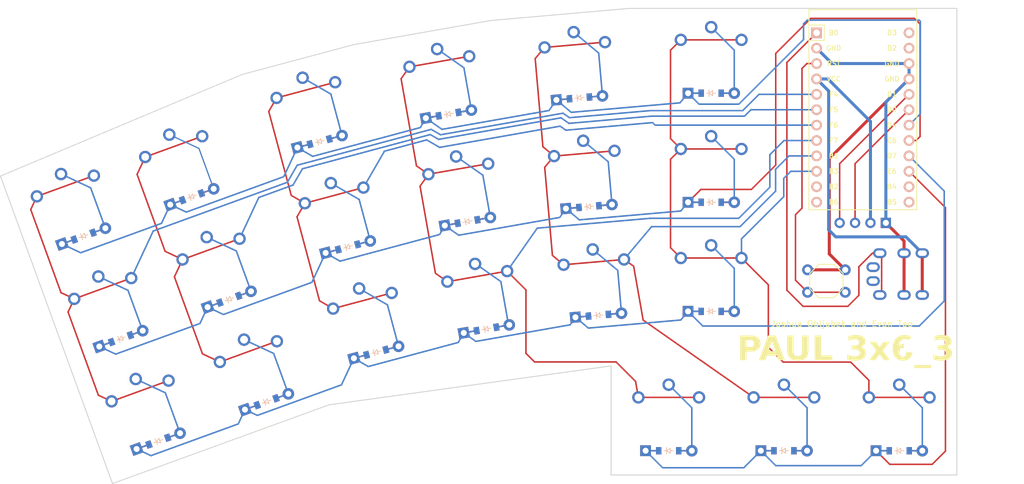
<source format=kicad_pcb>
(kicad_pcb (version 20221018) (generator pcbnew)
  (title_block (title "paul") (rev "v1.0.0") (company "Unknown"))
  (layers (0 "F.Cu" signal) (31 "B.Cu" signal) (34 "B.Paste" user) (35 "F.Paste" user) (36 "B.SilkS" user "B.Silkscreen") (37 "F.SilkS" user "F.Silkscreen") (38 "B.Mask" user) (39 "F.Mask" user) (44 "Edge.Cuts" user))
  (net 0 "")
  (net 1 "F4")
  (net 2 "farPinky_bottom")
  (net 3 "farPinky_home")
  (net 4 "farPinky_top")
  (net 5 "F5")
  (net 6 "pinky_bottom")
  (net 7 "pinky_home")
  (net 8 "pinky_top")
  (net 9 "F6")
  (net 10 "ring_bottom")
  (net 11 "ring_home")
  (net 12 "ring_top")
  (net 13 "F7")
  (net 14 "middle_bottom")
  (net 15 "middle_home")
  (net 16 "middle_top")
  (net 17 "B1")
  (net 18 "index_bottom")
  (net 19 "index_home")
  (net 20 "index_top")
  (net 21 "B3")
  (net 22 "inner_bottom")
  (net 23 "inner_home")
  (net 24 "inner_top")
  (net 25 "near_thumb")
  (net 26 "home_thumb")
  (net 27 "far_thumb")
  (net 28 "D7")
  (net 29 "C6")
  (net 30 "D4")
  (net 31 "E6")
  (net 32 "B0")
  (net 33 "GND")
  (net 34 "RST")
  (net 35 "VCC")
  (net 36 "B2")
  (net 37 "B6")
  (net 38 "D3")
  (net 39 "D2")
  (net 40 "D1")
  (net 41 "D0")
  (net 42 "B4")
  (net 43 "B5")
  (footprint "E73:SW_TACT_ALPS_SKQGABE010" (layer "F.Cu") (at 208.363549 103.968135)
    (fp_text reference "B1" hide)
    (fp_text value "" hide)
  )
  (footprint "ProMicro" (layer "F.Cu") (at 214.36355 76.968131 -90)
    (fp_text reference "MCU1" hide)
    (fp_text value "" hide)
  )
  (footprint "ComboDiode" (layer "F.Cu") (at 124.828898 80.950339 15)
    (fp_text reference "D9" hide)
    (fp_text value "" hide)
  )
  (footprint "ComboDiode" (layer "F.Cu") (at 129.487641 98.337008 15)
    (fp_text reference "D8" hide)
    (fp_text value "" hide)
  )
  (footprint "ComboDiode" (layer "F.Cu") (at 98.229508 130.379886 20)
    (fp_text reference "D1" hide)
    (fp_text value "" hide)
  )
  (footprint "PG1350" (layer "F.Cu") (at 220.363548 126.968134)
    (fp_text reference "S21" hide)
    (fp_text value "" hide)
  )
  (footprint "PG1350" (layer "F.Cu") (at 167.211087 68.764889 5)
    (fp_text reference "S15" hide)
    (fp_text value "" hide)
  )
  (footprint "PG1350" (layer "F.Cu") (at 148.338036 89.215865 10)
    (fp_text reference "S11" hide)
    (fp_text value "" hide)
  )
  (footprint "PG1350" (layer "F.Cu") (at 189.363547 85.968138)
    (fp_text reference "S17" hide)
    (fp_text value "" hide)
  )
  (footprint "PG1350" (layer "F.Cu") (at 84.206683 91.852481 20)
    (fp_text reference "S3" hide)
    (fp_text value "" hide)
  )
  (footprint "PG1350" (layer "F.Cu") (at 170.348693 104.627899 5)
    (fp_text reference "S13" hide)
    (fp_text value "" hide)
  )
  (footprint "ComboDiode" (layer "F.Cu") (at 85.916779 96.550948 20)
    (fp_text reference "D3" hide)
    (fp_text value "" hide)
  )
  (footprint "PG1350" (layer "F.Cu") (at 151.463697 106.942408 10)
    (fp_text reference "S10" hide)
    (fp_text value "" hide)
  )
  (footprint "ComboDiode" (layer "F.Cu") (at 134.146388 115.723668 15)
    (fp_text reference "D7" hide)
    (fp_text value "" hide)
  )
  (footprint "ComboDiode" (layer "F.Cu") (at 189.363551 72.968133)
    (fp_text reference "D18" hide)
    (fp_text value "" hide)
  )
  (footprint "PG1350" (layer "F.Cu") (at 189.363552 103.968132)
    (fp_text reference "S16" hide)
    (fp_text value "" hide)
  )
  (footprint "PG1350" (layer "F.Cu") (at 168.779895 86.69639 5)
    (fp_text reference "S14" hide)
    (fp_text value "" hide)
  )
  (footprint "ComboDiode" (layer "F.Cu") (at 220.363552 131.96813)
    (fp_text reference "D21" hide)
    (fp_text value "" hide)
  )
  (footprint "ComboDiode" (layer "F.Cu") (at 170.784478 109.608869 5)
    (fp_text reference "D13" hide)
    (fp_text value "" hide)
  )
  (footprint "MountingHole:MountingHole_2.2mm_M2" (layer "F.Cu") (at 178 115.5)
    (fp_text reference "REF**" hide)
    (fp_text value "MountingHole_2.2mm_M2")
  )
  (footprint "PG1350" (layer "F.Cu") (at 123.53481 76.120713 15)
    (fp_text reference "S9" hide)
    (fp_text value "" hide)
  )
  (footprint "MountingHole:MountingHole_2.2mm_M2" (layer "F.Cu") (at 222.19 114.65)
    (fp_text reference "REF**" hide)
    (fp_text value "MountingHole_2.2mm_M2")
  )
  (footprint "ComboDiode" (layer "F.Cu") (at 103.770939 90.05256 20)
    (fp_text reference "D6" hide)
    (fp_text value "" hide)
  )
  (footprint "ComboDiode" (layer "F.Cu") (at 167.646867 73.745862 5)
    (fp_text reference "D15" hide)
    (fp_text value "" hide)
  )
  (footprint "PG1350" (layer "F.Cu") (at 132.852287 110.894041 15)
    (fp_text reference "S7" hide)
    (fp_text value "" hide)
  )
  (footprint "TRRS-PJ-320A-dual" (layer "F.Cu") (at 227.363548 103.968133 -90)
    (fp_text reference "TRRS1")
    (fp_text value "TRRS-PJ-320A-dual")
  )
  (footprint "ComboDiode" (layer "F.Cu") (at 92.073144 113.465413 20)
    (fp_text reference "D2" hide)
    (fp_text value "" hide)
  )
  (footprint "ComboDiode" (layer "F.Cu") (at 201.363549 131.968138)
    (fp_text reference "D20" hide)
    (fp_text value "" hide)
  )
  (footprint "MountingHole:MountingHole_2.2mm_M2" (layer "F.Cu") (at 226.81 62.11)
    (fp_text reference "REF**" hide)
    (fp_text value "MountingHole_2.2mm_M2")
  )
  (footprint "ComboDiode" (layer "F.Cu") (at 169.21567 91.677364 5)
    (fp_text reference "D14" hide)
    (fp_text value "" hide)
  )
  (footprint "ComboDiode" (layer "F.Cu") (at 116.083666 123.881496 20)
    (fp_text reference "D4" hide)
    (fp_text value "" hide)
  )
  (footprint "PG1350" (layer "F.Cu") (at 108.217201 102.268568 20)
    (fp_text reference "S5" hide)
    (fp_text value "" hide)
  )
  (footprint "lib:OLED_headers" (layer "F.Cu") (at 208.363555 95.968135 90)
    (fp_text reference "OLED1" hide)
    (fp_text value "OLED")
  )
  (footprint "PG1350" (layer "F.Cu") (at 182.363553 126.968134)
    (fp_text reference "S19" hide)
    (fp_text value "" hide)
  )
  (footprint "MountingHole:MountingHole_2.2mm_M2" (layer "F.Cu") (at 110.51 73.67)
    (fp_text reference "REF**" hide)
    (fp_text value "MountingHole_2.2mm_M2")
  )
  (footprint "ComboDiode" (layer "F.Cu") (at 152.331939 111.866446 10)
    (fp_text reference "D10" hide)
    (fp_text value "" hide)
  )
  (footprint "PG1350" (layer "F.Cu") (at 102.060838 85.354099 20)
    (fp_text reference "S6" hide)
    (fp_text value "" hide)
  )
  (footprint "ComboDiode" (layer "F.Cu") (at 149.206277 94.139908 10)
    (fp_text reference "D11" hide)
    (fp_text value "" hide)
  )
  (footprint "MountingHole:MountingHole_2.2mm_M2" (layer "F.Cu") (at 201.03 61.36)
    (fp_text reference "REF**" hide)
    (fp_text value "MountingHole_2.2mm_M2")
  )
  (footprint "ComboDiode" (layer "F.Cu") (at 189.363546 108.968133)
    (fp_text reference "D16" hide)
    (fp_text value "" hide)
  )
  (footprint "PG1350" (layer "F.Cu") (at 189.363549 67.968131)
    (fp_text reference "S18" hide)
    (fp_text value "" hide)
  )
  (footprint "ComboDiode" (layer "F.Cu") (at 146.080604 76.413364 10)
    (fp_text reference "D12" hide)
    (fp_text value "" hide)
  )
  (footprint "PG1350" (layer "F.Cu") (at 201.36355 126.968136)
    (fp_text reference "S20" hide)
    (fp_text value "" hide)
  )
  (footprint "PG1350" (layer "F.Cu") (at 96.519404 125.681415 20)
    (fp_text reference "S1" hide)
    (fp_text value "" hide)
  )
  (footprint "PG1350" (layer "F.Cu") (at 145.212365 71.489331 10)
    (fp_text reference "S12" hide)
    (fp_text value "" hide)
  )
  (footprint "ComboDiode" (layer "F.Cu") (at 182.36355 131.968134)
    (fp_text reference "D19" hide)
    (fp_text value "" hide)
  )
  (footprint "ComboDiode" (layer "F.Cu") (at 189.363549 90.968133)
    (fp_text reference "D17" hide)
    (fp_text value "" hide)
  )
  (footprint "ComboDiode" (layer "F.Cu") (at 109.927305 106.967031 20)
    (fp_text reference "D5" hide)
    (fp_text value "" hide)
  )
  (footprint "PG1350" (layer "F.Cu") (at 114.373566 119.183034 20)
    (fp_text reference "S4" hide)
    (fp_text value "" hide)
  )
  (footprint "PG1350" (layer "F.Cu") (at 128.193544 93.507382 15)
    (fp_text reference "S8" hide)
    (fp_text value "" hide)
  )
  (footprint "PG1350" (layer "F.Cu") (at 90.363042 108.766947 20)
    (fp_text reference "S2" hide)
    (fp_text value "" hide)
  )
  (gr_line (start 229.863555 135.96813) (end 172.863551 135.968131) (stroke (width 0.15)) (layer "Edge.Cuts"))
  (gr_line (start 156.96284 60.627113) (end 175.890541 58.971161) (stroke (width 0.15)) (layer "Edge.Cuts"))
  (gr_line (start 172.863551 135.968131) (end 172.863546 117.968136) (stroke (width 0.15)) (layer "Edge.Cuts"))
  (gr_line (start 134.29386 64.275716) (end 153.005205 60.976396) (stroke (width 0.15)) (layer "Edge.Cuts"))
  (gr_line (start 179.863552 58.968134) (end 229.86355 58.968135) (stroke (width 0.15)) (layer "Edge.Cuts"))
  (gr_line (start 175.890541 58.971161) (end 179.863552 58.968134) (stroke (width 0.15)) (layer "Edge.Cuts"))
  (gr_line (start 72.201417 86.644443) (end 112.02914 69.886164) (stroke (width 0.15)) (layer "Edge.Cuts"))
  (gr_line (start 126.37883 124.391076) (end 90.670503 137.387839) (stroke (width 0.15)) (layer "Edge.Cuts"))
  (gr_line (start 112.02914 69.886164) (end 130.381725 64.9686) (stroke (width 0.15)) (layer "Edge.Cuts"))
  (gr_line (start 229.863555 135.96813) (end 229.86355 58.968135) (stroke (width 0.15)) (layer "Edge.Cuts"))
  (gr_line (start 130.381725 64.9686) (end 134.29386 64.275716) (stroke (width 0.15)) (layer "Edge.Cuts"))
  (gr_line (start 153.005205 60.976396) (end 156.96284 60.627113) (stroke (width 0.15)) (layer "Edge.Cuts"))
  (gr_line (start 90.670503 137.387839) (end 72.201417 86.644443) (stroke (width 0.15)) (layer "Edge.Cuts"))
  (gr_line (start 172.863546 117.968136) (end 126.37883 124.391076) (stroke (width 0.15)) (layer "Edge.Cuts"))
  (gr_text "Joshua Obljubek and Evan Tao" (at 199.11 111.61) (layer "F.SilkS") (effects (font (size 1 1)) (justify left bottom)))
  (gr_text "PAUL 3x6_3\n" (at 193.62 117.71) (layer "F.SilkS") (effects (font (size 4 4) (thickness 1) bold) (justify left bottom)))
  (segment (start 77.191964 92.171817) (end 82.184835 105.889631) (width 0.25) (layer "F.Cu") (net 1))
  (segment (start 82.184835 105.889631) (end 84.364906 106.906219) (width 0.25) (layer "F.Cu") (net 1))
  (segment (start 84.364906 106.906219) (end 83.348323 109.08629) (width 0.25) (layer "F.Cu") (net 1))
  (segment (start 84.364906 106.906219) (end 93.761831 103.486015) (width 0.25) (layer "F.Cu") (net 1))
  (segment (start 87.605462 86.571555) (end 78.208544 89.991757) (width 0.25) (layer "F.Cu") (net 1))
  (segment (start 88.341201 122.804107) (end 90.521265 123.820684) (width 0.25) (layer "F.Cu") (net 1))
  (segment (start 78.208544 89.991757) (end 77.191964 92.171817) (width 0.25) (layer "F.Cu") (net 1))
  (segment (start 83.348323 109.08629) (end 88.341201 122.804107) (width 0.25) (layer "F.Cu") (net 1))
  (segment (start 90.521265 123.820684) (end 99.91819 120.400491) (width 0.25) (layer "F.Cu") (net 1))
  (segment (start 143.204502 78.938128) (end 144.747676 79.82908) (width 0.25) (layer "B.Cu") (net 1))
  (segment (start 164.93987 76.268654) (end 165.995971 77.008144) (width 0.25) (layer "B.Cu") (net 1))
  (segment (start 144.747676 79.82908) (end 164.93987 76.268654) (width 0.25) (layer "B.Cu") (net 1))
  (segment (start 197.250495 73.158132) (end 206.743551 73.158132) (width 0.25) (layer "B.Cu") (net 1))
  (segment (start 121.120332 84.85556) (end 143.204502 78.938128) (width 0.25) (layer "B.Cu") (net 1))
  (segment (start 119.495717 87.669474) (end 121.120332 84.85556) (width 0.25) (layer "B.Cu") (net 1))
  (segment (start 194.567112 75.84151) (end 197.250495 73.158132) (width 0.25) (layer "B.Cu") (net 1))
  (segment (start 119.495717 87.669474) (end 119.521352 87.681428) (width 0.25) (layer "B.Cu") (net 1))
  (segment (start 165.995971 77.008144) (end 179.330621 75.841514) (width 0.25) (layer "B.Cu") (net 1))
  (segment (start 97.384428 95.717328) (end 119.495717 87.669474) (width 0.25) (layer "B.Cu") (net 1))
  (segment (start 93.761826 103.486015) (end 97.384428 95.717328) (width 0.25) (layer "B.Cu") (net 1))
  (segment (start 179.330621 75.841514) (end 194.567112 75.84151) (width 0.25) (layer "B.Cu") (net 1))
  (segment (start 101.809736 129.076789) (end 99.780001 129.815553) (width 0.25) (layer "F.Cu") (net 2))
  (segment (start 101.809736 129.076783) (end 99.780001 129.815552) (width 0.25) (layer "B.Cu") (net 2))
  (segment (start 99.384811 122.414363) (end 101.809736 129.076783) (width 0.25) (layer "B.Cu") (net 2))
  (segment (start 94.501483 120.137232) (end 99.384811 122.414363) (width 0.25) (layer "B.Cu") (net 2))
  (segment (start 95.653373 112.162317) (end 93.623637 112.90108) (width 0.25) (layer "F.Cu") (net 3))
  (segment (start 88.345124 103.22276) (end 93.228453 105.499898) (width 0.25) (layer "B.Cu") (net 3))
  (segment (start 93.228453 105.499898) (end 95.653376 112.162317) (width 0.25) (layer "B.Cu") (net 3))
  (segment (start 95.653376 112.162317) (end 93.623639 112.901083) (width 0.25) (layer "B.Cu") (net 3))
  (segment (start 89.497007 95.247852) (end 87.467272 95.986614) (width 0.25) (layer "F.Cu") (net 4))
  (segment (start 89.497009 95.247842) (end 87.467276 95.986608) (width 0.25) (layer "B.Cu") (net 4))
  (segment (start 87.07208 88.585425) (end 89.497009 95.247842) (width 0.25) (layer "B.Cu") (net 4))
  (segment (start 82.188765 86.308293) (end 87.07208 88.585425) (width 0.25) (layer "B.Cu") (net 4))
  (segment (start 89.788438 95.14178) (end 89.822188 95.069387) (width 0.25) (layer "B.Cu") (net 4))
  (segment (start 89.497009 95.247842) (end 89.788438 95.14178) (width 0.25) (layer "B.Cu") (net 4))
  (segment (start 96.062703 83.493367) (end 105.459626 80.073161) (width 0.25) (layer "F.Cu") (net 5))
  (segment (start 100.880278 103.278873) (end 105.504389 115.983517) (width 0.25) (layer "F.Cu") (net 5))
  (segment (start 96.062703 83.493367) (end 94.723914 86.364402) (width 0.25) (layer "F.Cu") (net 5))
  (segment (start 94.723914 86.364402) (end 99.348028 99.069048) (width 0.25) (layer "F.Cu") (net 5))
  (segment (start 108.375428 117.322309) (end 117.772353 113.902101) (width 0.25) (layer "F.Cu") (net 5))
  (segment (start 102.219063 100.40783) (end 100.880278 103.278873) (width 0.25) (layer "F.Cu") (net 5))
  (segment (start 105.504389 115.983517) (end 108.375428 117.322309) (width 0.25) (layer "F.Cu") (net 5))
  (segment (start 99.348028 99.069048) (end 102.219063 100.40783) (width 0.25) (layer "F.Cu") (net 5))
  (segment (start 102.219063 100.40783) (end 111.615994 96.987635) (width 0.25) (layer "F.Cu") (net 5))
  (segment (start 164.611142 77.031202) (end 165.919741 77.947496) (width 0.25) (layer "B.Cu") (net 5))
  (segment (start 114.791743 90.177203) (end 120.433777 88.123674) (width 0.25) (layer "B.Cu") (net 5))
  (segment (start 144.435469 80.588717) (end 164.611142 77.031202) (width 0.25) (layer "B.Cu") (net 5))
  (segment (start 165.919741 77.947496) (end 179.499776 76.759396) (width 0.25) (layer "B.Cu") (net 5))
  (segment (start 143.057633 79.793225) (end 144.435469 80.588717) (width 0.25) (layer "B.Cu") (net 5))
  (segment (start 179.499776 76.759396) (end 194.855789 76.759395) (width 0.25) (layer "B.Cu") (net 5))
  (segment (start 120.433777 88.123674) (end 121.983127 85.440123) (width 0.25) (layer "B.Cu") (net 5))
  (segment (start 111.615989 96.987634) (end 114.791743 90.177203) (width 0.25) (layer "B.Cu") (net 5))
  (segment (start 195.917056 75.698132) (end 206.74355 75.698132) (width 0.25) (layer "B.Cu") (net 5))
  (segment (start 194.855789 76.759395) (end 195.917056 75.698132) (width 0.25) (layer "B.Cu") (net 5))
  (segment (start 121.983127 85.440123) (end 143.057633 79.793225) (width 0.25) (layer "B.Cu") (net 5))
  (segment (start 120.433777 88.123674) (end 120.459411 88.135625) (width 0.25) (layer "B.Cu") (net 5))
  (segment (start 119.663895 122.578399) (end 117.634158 123.317163) (width 0.25) (layer "F.Cu") (net 6))
  (segment (start 112.355647 113.638849) (end 117.238973 115.915979) (width 0.25) (layer "B.Cu") (net 6))
  (segment (start 117.238973 115.915979) (end 119.663897 122.578399) (width 0.25) (layer "B.Cu") (net 6))
  (segment (start 119.663897 122.578399) (end 117.634163 123.317164) (width 0.25) (layer "B.Cu") (net 6))
  (segment (start 113.507534 105.663935) (end 111.477798 106.402699) (width 0.25) (layer "F.Cu") (net 7))
  (segment (start 106.199287 96.724384) (end 111.082614 99.001512) (width 0.25) (layer "B.Cu") (net 7))
  (segment (start 113.507536 105.663933) (end 111.477799 106.402701) (width 0.25) (layer "B.Cu") (net 7))
  (segment (start 111.082614 99.001512) (end 113.507536 105.663933) (width 0.25) (layer "B.Cu") (net 7))
  (segment (start 107.351168 88.749463) (end 105.321431 89.488227) (width 0.25) (layer "F.Cu") (net 8))
  (segment (start 104.926248 82.087045) (end 100.042923 79.809912) (width 0.2) (layer "B.Cu") (net 8))
  (segment (start 107.351168 88.749464) (end 104.926248 82.087045) (width 0.2) (layer "B.Cu") (net 8))
  (segment (start 105.321436 89.48823) (end 107.351168 88.749464) (width 0.2) (layer "B.Cu") (net 8))
  (segment (start 127.039148 108.517623) (end 136.698405 105.929425) (width 0.25) (layer "F.Cu") (net 9))
  (segment (start 117.721665 73.744292) (end 127.38092 71.156096) (width 0.25) (layer "F.Cu") (net 9))
  (segment (start 122.380405 91.13095) (end 121.088547 93.368506) (width 0.25) (layer "F.Cu") (net 9))
  (segment (start 122.380405 91.13095) (end 132.039661 88.542765) (width 0.25) (layer "F.Cu") (net 9))
  (segment (start 116.429803 75.98185) (end 120.142839 89.839099) (width 0.25) (layer "F.Cu") (net 9))
  (segment (start 121.088547 93.368506) (end 124.801593 107.225764) (width 0.25) (layer "F.Cu") (net 9))
  (segment (start 124.801593 107.225764) (end 127.039148 108.517623) (width 0.25) (layer "F.Cu") (net 9))
  (segment (start 117.721665 73.744292) (end 116.429803 75.98185) (width 0.25) (layer "F.Cu") (net 9))
  (segment (start 120.142839 89.839099) (end 122.380405 91.13095) (width 0.25) (layer "F.Cu") (net 9))
  (segment (start 135.457499 82.553296) (end 142.460461 80.676858) (width 0.25) (layer "B.Cu") (net 9))
  (segment (start 144.632743 81.906529) (end 164.465816 78.409422) (width 0.25) (layer "B.Cu") (net 9))
  (segment (start 164.465816 78.409422) (end 165.411725 79.071755) (width 0.25) (layer "B.Cu") (net 9))
  (segment (start 142.460461 80.676858) (end 144.603763 81.914293) (width 0.25) (layer "B.Cu") (net 9))
  (segment (start 135.470237 82.600838) (end 135.457499 82.553296) (width 0.25) (layer "B.Cu") (net 9))
  (segment (start 132.039662 88.542767) (end 135.470237 82.600838) (width 0.25) (layer "B.Cu") (net 9))
  (segment (start 144.603763 81.914293) (end 144.632743 81.906529) (width 0.25) (layer "B.Cu") (net 9))
  (segment (start 165.411725 79.071755) (end 179.704601 77.821291) (width 0.25) (layer "B.Cu") (net 9))
  (segment (start 180.123983 78.238131) (end 206.743548 78.238132) (width 0.25) (layer "B.Cu") (net 9))
  (segment (start 179.704601 77.821291) (end 179.720381 77.834532) (width 0.25) (layer "B.Cu") (net 9))
  (segment (start 179.720381 77.834532) (end 180.123983 78.238131) (width 0.25) (layer "B.Cu") (net 9))
  (segment (start 137.826564 114.737568) (end 135.740165 115.296617) (width 0.25) (layer "F.Cu") (net 10))
  (segment (start 137.826561 114.737568) (end 135.740165 115.296615) (width 0.25) (layer "B.Cu") (net 10))
  (segment (start 135.991533 107.889156) (end 137.826561 114.737568) (width 0.25) (layer "B.Cu") (net 10))
  (segment (start 131.325254 105.195077) (end 135.991533 107.889156) (width 0.25) (layer "B.Cu") (net 10))
  (segment (start 133.167818 97.350908) (end 131.081419 97.909956) (width 0.25) (layer "F.Cu") (net 11))
  (segment (start 133.167823 97.350902) (end 131.081423 97.909956) (width 0.25) (layer "B.Cu") (net 11))
  (segment (start 126.666512 87.808416) (end 131.332794 90.502495) (width 0.25) (layer "B.Cu") (net 11))
  (segment (start 131.332794 90.502495) (end 133.167823 97.350902) (width 0.25) (layer "B.Cu") (net 11))
  (segment (start 128.509076 79.964239) (end 126.422676 80.523287) (width 0.25) (layer "F.Cu") (net 12))
  (segment (start 126.674047 73.115829) (end 128.509077 79.964241) (width 0.25) (layer "B.Cu") (net 12))
  (segment (start 122.007775 70.421749) (end 126.674047 73.115829) (width 0.25) (layer "B.Cu") (net 12))
  (segment (start 128.509077 79.964241) (end 126.422672 80.523291) (width 0.25) (layer "B.Cu") (net 12))
  (segment (start 140.783713 84.962136) (end 142.754128 86.341839) (width 0.25) (layer "F.Cu") (net 13))
  (segment (start 139.628463 68.615296) (end 149.476546 66.878812) (width 0.25) (layer "F.Cu") (net 13))
  (segment (start 141.37443 88.312254) (end 143.909384 102.688685) (width 0.25) (layer "F.Cu") (net 13))
  (segment (start 158.829906 115.900208) (end 160.249906 117.320206) (width 0.25) (layer "F.Cu") (net 13))
  (segment (start 143.909384 102.688685) (end 145.879799 104.068375) (width 0.25) (layer "F.Cu") (net 13))
  (segment (start 155.727875 102.331901) (end 158.8299 105.433934) (width 0.25) (layer "F.Cu") (net 13))
  (segment (start 177.36355 123.168135) (end 187.363551 123.168133) (width 0.25) (layer "F.Cu") (net 13))
  (segment (start 160.249906 117.320206) (end 173.687401 117.320209) (width 0.25) (layer "F.Cu") (net 13))
  (segment (start 142.754128 86.341839) (end 152.602207 84.605354) (width 0.25) (layer "F.Cu") (net 13))
  (segment (start 142.754133 86.34184) (end 141.37443 88.312254) (width 0.25) (layer "F.Cu") (net 13))
  (segment (start 139.628463 68.615296) (end 138.248762 70.585717) (width 0.25) (layer "F.Cu") (net 13))
  (segment (start 158.8299 105.433934) (end 158.829906 115.900208) (width 0.25) (layer "F.Cu") (net 13))
  (segment (start 173.687401 117.320209) (end 176.898634 120.53144) (width 0.25) (layer "F.Cu") (net 13))
  (segment (start 176.898634 120.53144) (end 177.36355 123.168135) (width 0.25) (layer "F.Cu") (net 13))
  (segment (start 145.879799 104.068378) (end 155.727876 102.331901) (width 0.25) (layer "F.Cu") (net 13))
  (segment (start 138.248762 70.585717) (end 140.783713 84.962136) (width 0.25) (layer "F.Cu") (net 13))
  (segment (start 160.693168 95.240719) (end 179.317439 93.611308) (width 0.25) (layer "B.Cu") (net 13))
  (segment (start 193.908395 93.613286) (end 199.039868 88.481814) (width 0.25) (layer "B.Cu") (net 13))
  (segment (start 155.727874 102.331899) (end 160.693168 95.240719) (width 0.25) (layer "B.Cu") (net 13))
  (segment (start 201.378888 80.778132) (end 206.743549 80.778134) (width 0.25) (layer "B.Cu") (net 13))
  (segment (start 199.039868 83.117153) (end 201.378888 80.778132) (width 0.25) (layer "B.Cu") (net 13))
  (segment (start 199.039868 88.481814) (end 199.039868 83.117153) (width 0.25) (layer "B.Cu") (net 13))
  (segment (start 179.317439 93.611308) (end 179.319796 93.613288) (width 0.25) (layer "B.Cu") (net 13))
  (segment (start 179.319796 93.613288) (end 193.908395 93.613286) (width 0.25) (layer "B.Cu") (net 13))
  (segment (start 156.084057 111.204847) (end 153.956871 111.579927) (width 0.25) (layer "F.Cu") (net 14))
  (segment (start 150.439171 101.13204) (end 150.507296 101.120032) (width 0.25) (layer "B.Cu") (net 14))
  (segment (start 150.507296 101.120032) (end 154.694912 104.052229) (width 0.25) (layer "B.Cu") (net 14))
  (segment (start 155.93809 111.102639) (end 156.084058 111.204849) (width 0.25) (layer "B.Cu") (net 14))
  (segment (start 154.694912 104.052229) (end 155.93809 111.102639) (width 0.25) (layer "B.Cu") (net 14))
  (segment (start 156.084058 111.204849) (end 153.956871 111.579925) (width 0.25) (layer "B.Cu") (net 14))
  (segment (start 152.958395 93.478308) (end 150.83121 93.853388) (width 0.25) (layer "F.Cu") (net 15))
  (segment (start 152.958393 93.478309) (end 150.831208 93.853386) (width 0.25) (layer "B.Cu") (net 15))
  (segment (start 147.313507 83.405498) (end 151.727227 86.496014) (width 0.25) (layer "B.Cu") (net 15))
  (segment (start 151.727227 86.496014) (end 152.958393 93.478309) (width 0.25) (layer "B.Cu") (net 15))
  (segment (start 148.444996 75.996457) (end 149.832723 75.751766) (width 0.25) (layer "F.Cu") (net 16))
  (segment (start 149.832722 75.751764) (end 148.444996 75.996457) (width 0.25) (layer "F.Cu") (net 16))
  (segment (start 147.705537 76.126844) (end 148.444996 75.996457) (width 0.25) (layer "F.Cu") (net 16))
  (segment (start 144.187842 65.678962) (end 148.601558 68.769477) (width 0.25) (layer "B.Cu") (net 16))
  (segment (start 149.832724 75.751768) (end 147.705539 76.126841) (width 0.25) (layer "B.Cu") (net 16))
  (segment (start 148.601558 68.769477) (end 149.832724 75.751768) (width 0.25) (layer "B.Cu") (net 16))
  (segment (start 174.998475 100.406575) (end 176.58302 101.516088) (width 0.25) (layer "F.Cu") (net 17))
  (segment (start 161.625054 81.800448) (end 163.467726 83.346629) (width 0.25) (layer "F.Cu") (net 17))
  (segment (start 161.898918 65.415131) (end 160.35274 67.257797) (width 0.25) (layer "F.Cu") (net 17))
  (segment (start 163.193864 99.731952) (end 165.03653 101.27814) (width 0.25) (layer "F.Cu") (net 17))
  (segment (start 163.467726 83.346629) (end 161.921548 85.189301) (width 0.25) (layer "F.Cu") (net 17))
  (segment (start 171.860874 64.543574) (end 161.898918 65.415131) (width 0.25) (layer "F.Cu") (net 17))
  (segment (start 196.363547 123.168135) (end 206.363545 123.168135) (width 0.25) (layer "F.Cu") (net 17))
  (segment (start 161.921548 85.189301) (end 163.193864 99.731952) (width 0.25) (layer "F.Cu") (net 17))
  (segment (start 160.35274 67.257797) (end 161.625054 81.800448) (width 0.25) (layer "F.Cu") (net 17))
  (segment (start 176.58302 101.516088) (end 178.152416 110.416559) (width 0.25) (layer "F.Cu") (net 17))
  (segment (start 163.467726 83.346629) (end 173.429671 82.475075) (width 0.25) (layer "F.Cu") (net 17))
  (segment (start 178.152416 110.416559) (end 196.363547 123.168135) (width 0.25) (layer "F.Cu") (net 17))
  (segment (start 165.03653 101.27814) (end 174.998474 100.406576) (width 0.25) (layer "F.Cu") (net 17))
  (segment (start 194.121435 94.991852) (end 199.985684 89.127603) (width 0.25) (layer "B.Cu") (net 17))
  (segment (start 199.985682 85.517606) (end 202.185156 83.318131) (width 0.25) (layer "B.Cu") (net 17))
  (segment (start 202.185156 83.318131) (end 206.743551 83.318133) (width 0.25) (layer "B.Cu") (net 17))
  (segment (start 179.626908 94.99185) (end 194.121435 94.991852) (width 0.25) (layer "B.Cu") (net 17))
  (segment (start 174.998476 100.406579) (end 179.535242 94.999873) (width 0.25) (layer "B.Cu") (net 17))
  (segment (start 179.535242 94.999873) (end 179.626908 94.99185) (width 0.25) (layer "B.Cu") (net 17))
  (segment (start 199.985684 89.127603) (end 199.985682 85.517606) (width 0.25) (layer "B.Cu") (net 17))
  (segment (start 174.579978 109.276805) (end 172.428198 109.465063) (width 0.25) (layer "F.Cu") (net 18))
  (segment (start 169.834472 98.750352) (end 173.962046 102.21379) (width 0.25) (layer "B.Cu") (net 18))
  (segment (start 174.57998 109.276807) (end 172.428198 109.465062) (width 0.25) (layer "B.Cu") (net 18))
  (segment (start 173.962046 102.21379) (end 174.57998 109.276807) (width 0.25) (layer "B.Cu") (net 18))
  (segment (start 173.011172 91.3453) (end 170.859391 91.533557) (width 0.25) (layer "F.Cu") (net 19))
  (segment (start 173.01117 91.345304) (end 170.85939 91.533559) (width 0.25) (layer "B.Cu") (net 19))
  (segment (start 172.39324 84.282283) (end 173.01117 91.345304) (width 0.25) (layer "B.Cu") (net 19))
  (segment (start 168.265677 80.818846) (end 172.39324 84.282283) (width 0.25) (layer "B.Cu") (net 19))
  (segment (start 171.442369 73.413799) (end 169.290588 73.602055) (width 0.25) (layer "F.Cu") (net 20))
  (segment (start 166.696869 62.88734) (end 170.824433 66.350783) (width 0.25) (layer "B.Cu") (net 20))
  (segment (start 171.442369 73.413796) (end 169.290594 73.602054) (width 0.25) (layer "B.Cu") (net 20))
  (segment (start 170.824433 66.350783) (end 171.442369 73.413796) (width 0.25) (layer "B.Cu") (net 20))
  (segment (start 182.66265 83.869036) (end 182.662648 98.46723) (width 0.25) (layer "F.Cu") (net 21))
  (segment (start 215.363551 123.168133) (end 225.363547 123.168129) (width 0.25) (layer "F.Cu") (net 21))
  (segment (start 198.789904 104.594484) (end 198.789904 114.900206) (width 0.25) (layer "F.Cu") (net 21))
  (segment (start 215.363553 120.343851) (end 215.363551 123.168133) (width 0.25) (layer "F.Cu") (net 21))
  (segment (start 198.789904 114.900206) (end 201.229903 117.340204) (width 0.25) (layer "F.Cu") (net 21))
  (segment (start 182.662647 65.869031) (end 182.662651 80.46724) (width 0.25) (layer "F.Cu") (net 21))
  (segment (start 182.662648 98.46723) (end 184.363552 100.168133) (width 0.25) (layer "F.Cu") (net 21))
  (segment (start 184.36355 82.168133) (end 182.66265 83.869036) (width 0.25) (layer "F.Cu") (net 21))
  (segment (start 194.363554 100.168134) (end 198.789904 104.594484) (width 0.25) (layer "F.Cu") (net 21))
  (segment (start 201.229903 117.340204) (end 212.359906 117.340204) (width 0.25) (layer "F.Cu") (net 21))
  (segment (start 184.363554 64.168134) (end 194.363553 64.16813) (width 0.25) (layer "F.Cu") (net 21))
  (segment (start 184.363554 64.168134) (end 182.662647 65.869031) (width 0.25) (layer "F.Cu") (net 21))
  (segment (start 182.662651 80.46724) (end 184.36355 82.168133) (width 0.25) (layer "F.Cu") (net 21))
  (segment (start 184.363552 100.168133) (end 194.363554 100.168134) (width 0.25) (layer "F.Cu") (net 21))
  (segment (start 184.36355 82.168133) (end 194.36355 82.168138) (width 0.25) (layer "F.Cu") (net 21))
  (segment (start 212.359906 117.340204) (end 215.363553 120.343851) (width 0.25) (layer "F.Cu") (net 21))
  (segment (start 201.325682 87.027606) (end 202.495155 85.858131) (width 0.25) (layer "B.Cu") (net 21))
  (segment (start 194.363551 100.168133) (end 194.363552 97.009736) (width 0.25) (layer "B.Cu") (net 21))
  (segment (start 201.325683 90.047606) (end 201.325682 87.027606) (width 0.25) (layer "B.Cu") (net 21))
  (segment (start 202.495155 85.858131) (end 206.743551 85.858132) (width 0.25) (layer "B.Cu") (net 21))
  (segment (start 194.363552 97.009736) (end 201.325683 90.047606) (width 0.25) (layer "B.Cu") (net 21))
  (segment (start 193.173545 108.968134) (end 191.013544 108.968133) (width 0.25) (layer "F.Cu") (net 22))
  (segment (start 193.173546 108.96813) (end 191.013546 108.968132) (width 0.25) (layer "B.Cu") (net 22))
  (segment (start 189.363549 98.068133) (end 193.173545 101.878129) (width 0.25) (layer "B.Cu") (net 22))
  (segment (start 193.173545 101.878129) (end 193.173546 108.96813) (width 0.25) (layer "B.Cu") (net 22))
  (segment (start 193.173549 90.968133) (end 191.013549 90.968133) (width 0.25) (layer "F.Cu") (net 23))
  (segment (start 193.17355 83.878136) (end 193.173551 90.96813) (width 0.25) (layer "B.Cu") (net 23))
  (segment (start 189.363548 80.068132) (end 193.17355 83.878136) (width 0.25) (layer "B.Cu") (net 23))
  (segment (start 193.173551 90.96813) (end 191.013552 90.968129) (width 0.25) (layer "B.Cu") (net 23))
  (segment (start 193.173551 72.968133) (end 191.013551 72.968133) (width 0.25) (layer "F.Cu") (net 24))
  (segment (start 193.173548 72.968137) (end 191.013547 72.968134) (width 0.25) (layer "B.Cu") (net 24))
  (segment (start 193.173551 65.878135) (end 193.173548 72.968137) (width 0.25) (layer "B.Cu") (net 24))
  (segment (start 189.363548 62.068136) (end 193.173551 65.878135) (width 0.25) (layer "B.Cu") (net 24))
  (segment (start 186.173551 131.968134) (end 184.013551 131.968135) (width 0.25) (layer "F.Cu") (net 25))
  (segment (start 182.363549 121.068132) (end 186.173548 124.878129) (width 0.25) (layer "B.Cu") (net 25))
  (segment (start 186.173548 124.878129) (end 186.173549 131.968132) (width 0.25) (layer "B.Cu") (net 25))
  (segment (start 186.173549 131.968132) (end 184.013551 131.968132) (width 0.25) (layer "B.Cu") (net 25))
  (segment (start 205.17355 131.968137) (end 203.013549 131.968138) (width 0.25) (layer "F.Cu") (net 26))
  (segment (start 205.173554 131.968138) (end 205.173551 124.878135) (width 0.25) (layer "B.Cu") (net 26))
  (segment (start 203.013554 131.968133) (end 205.173554 131.968138) (width 0.25) (layer "B.Cu") (net 26))
  (segment (start 205.173551 124.878135) (end 201.363551 121.068139) (width 0.25) (layer "B.Cu") (net 26))
  (segment (start 224.173551 131.96813) (end 222.013551 131.968131) (width 0.25) (layer "F.Cu") (net 27))
  (segment (start 224.173551 131.968135) (end 224.173551 124.87813) (width 0.25) (layer "B.Cu") (net 27))
  (segment (start 224.173551 124.87813) (end 220.363548 121.068131) (width 0.25) (layer "B.Cu") (net 27))
  (segment (start 224.173551 131.968135) (end 222.013553 131.96813) (width 0.25) (layer "B.Cu") (net 27))
  (segment (start 169.140754 109.752676) (end 166.988974 109.94093) (width 0.25) (layer "F.Cu") (net 28))
  (segment (start 114.533173 124.44583) (end 112.503436 125.184592) (width 0.25) (layer "F.Cu") (net 28))
  (segment (start 96.679014 130.94422) (end 94.649279 131.682983) (width 0.25) (layer "F.Cu") (net 28))
  (segment (start 187.713544 108.968133) (end 185.553546 108.968133) (width 0.25) (layer "F.Cu") (net 28))
  (segment (start 150.707006 112.152967) (end 148.579821 112.528046) (width 0.25) (layer "F.Cu") (net 28))
  (segment (start 132.552609 116.15072) (end 130.466211 116.709769) (width 0.25) (layer "F.Cu") (net 28))
  (segment (start 166.988972 109.940933) (end 169.120055 111.729128) (width 0.25) (layer "B.Cu") (net 28))
  (segment (start 150.579958 113.928554) (end 166.114834 111.189336) (width 0.25) (layer "B.Cu") (net 28))
  (segment (start 128.422391 121.092751) (end 130.466211 116.709767) (width 0.25) (layer "B.Cu") (net 28))
  (segment (start 169.120055 111.729128) (end 184.35524 110.39622) (width 0.25) (layer "B.Cu") (net 28))
  (segment (start 169.140756 109.752682) (end 166.988972 109.940933) (width 0.25) (layer "B.Cu") (net 28))
  (segment (start 227.785682 89.120264) (end 221.983551 83.318132) (width 0.25) (layer "B.Cu") (net 28))
  (segment (start 223.663287 111.39) (end 227.785683 107.267604) (width 0.25) (layer "B.Cu") (net 28))
  (segment (start 147.673285 114.098222) (end 148.579821 112.528042) (width 0.25) (layer "B.Cu") (net 28))
  (segment (start 132.552605 116.150718) (end 130.466211 116.709767) (width 0.25) (layer "B.Cu") (net 28))
  (segment (start 185.553546 108.968133) (end 187.975413 111.39) (width 0.25) (layer "B.Cu") (net 28))
  (segment (start 96.679018 130.944215) (end 94.649275 131.68298) (width 0.25) (layer "B.Cu") (net 28))
  (segment (start 187.975413 111.39) (end 223.663287 111.39) (width 0.25) (layer "B.Cu") (net 28))
  (segment (start 148.579821 112.528042) (end 150.579958 113.928554) (width 0.25) (layer "B.Cu") (net 28))
  (segment (start 114.553576 126.140589) (end 128.422391 121.092751) (width 0.25) (layer "B.Cu") (net 28))
  (segment (start 166.114834 111.189336) (end 166.988976 109.940934) (width 0.25) (layer "B.Cu") (net 28))
  (segment (start 111.404002 127.54234) (end 97.007026 132.782417) (width 0.25) (layer "B.Cu") (net 28))
  (segment (start 150.707009 112.152963) (end 148.579821 112.528042) (width 0.25) (layer "B.Cu") (net 28))
  (segment (start 132.831136 118.075162) (end 147.673285 114.098222) (width 0.25) (layer "B.Cu") (net 28))
  (segment (start 130.466211 116.709767) (end 132.831136 118.075162) (width 0.25) (layer "B.Cu") (net 28))
  (segment (start 97.007026 132.782417) (end 94.649275 131.68298) (width 0.25) (layer "B.Cu") (net 28))
  (segment (start 227.785683 107.267604) (end 227.785682 89.120264) (width 0.25) (layer "B.Cu") (net 28))
  (segment (start 184.35524 110.39622) (end 185.553546 108.968132) (width 0.25) (layer "B.Cu") (net 28))
  (segment (start 187.713546 108.968133) (end 185.553545 108.968132) (width 0.25) (layer "B.Cu") (net 28))
  (segment (start 112.503436 125.184593) (end 114.553576 126.140589) (width 0.25) (layer "B.Cu") (net 28))
  (segment (start 112.503436 125.184593) (end 111.404002 127.54234) (width 0.25) (layer "B.Cu") (net 28))
  (segment (start 114.533173 124.445833) (end 112.503436 125.184593) (width 0.25) (layer "B.Cu") (net 28))
  (segment (start 195.99568 88.847605) (end 200.005682 84.837605) (width 0.25) (layer "F.Cu") (net 29))
  (segment (start 200.005682 84.837605) (end 200.005682 66.404318) (width 0.25) (layer "F.Cu") (net 29))
  (segment (start 127.893863 98.764059) (end 125.807464 99.323108) (width 0.25) (layer "F.Cu") (net 29))
  (segment (start 147.581345 94.426427) (end 145.454159 94.801507) (width 0.25) (layer "F.Cu") (net 29))
  (segment (start 187.67408 88.847604) (end 195.99568 88.847605) (width 0.25) (layer "F.Cu") (net 29))
  (segment (start 187.713549 90.968133) (end 185.553549 90.968133) (width 0.25) (layer "F.Cu") (net 29))
  (segment (start 205.782395 60.627605) (end 222.875683 60.627605) (width 0.25) (layer "F.Cu") (net 29))
  (segment (start 108.376813 107.531365) (end 106.347077 108.270127) (width 0.25) (layer "F.Cu") (net 29))
  (segment (start 90.522651 114.029747) (end 88.492916 114.768511) (width 0.25) (layer "F.Cu") (net 29))
  (segment (start 200.005682 66.404318) (end 205.782395 60.627605) (width 0.25) (layer "F.Cu") (net 29))
  (segment (start 185.553553 90.968134) (end 187.67408 88.847604) (width 0.25) (layer "F.Cu") (net 29))
  (segment (start 223.8 61.551922) (end 223.8 80.113286) (width 0.25) (layer "F.Cu") (net 29))
  (segment (start 167.571949 91.82117) (end 165.420168 92.009427) (width 0.25) (layer "F.Cu") (net 29))
  (segment (start 222.875683 60.627605) (end 223.8 61.551922) (width 0.25) (layer "F.Cu") (net 29))
  (segment (start 223.135154 80.778132) (end 221.983549 80.778132) (width 0.25) (layer "F.Cu") (net 29))
  (segment (start 223.8 80.113286) (end 223.135154 80.778132) (width 0.25) (layer "F.Cu") (net 29))
  (segment (start 105.087206 110.971932) (end 91.194718 116.028386) (width 0.25) (layer "B.Cu") (net 29))
  (segment (start 184.343895 92.409739) (end 167.638975 93.871234) (width 0.25) (layer "B.Cu") (net 29))
  (segment (start 164.398227 93.46891) (end 147.744712 96.405374) (width 0.25) (layer "B.Cu") (net 29))
  (segment (start 91.194718 116.028386) (end 88.492919 114.76851) (width 0.25) (layer "B.Cu") (net 29))
  (segment (start 90.522655 114.02975) (end 88.492919 114.76851) (width 0.25) (layer "B.Cu") (net 29))
  (segment (start 128.17325 100.688996) (end 144.59555 96.288646) (width 0.25) (layer "B.Cu") (net 29))
  (segment (start 167.571948 91.821173) (end 165.420171 92.009427) (width 0.25) (layer "B.Cu") (net 29))
  (segment (start 147.744712 96.405374) (end 145.454153 94.801504) (width 0.25) (layer "B.Cu") (net 29))
  (segment (start 123.542546 104.180239) (end 108.959163 109.488165) (width 0.25) (layer "B.Cu") (net 29))
  (segment (start 127.893865 98.764059) (end 125.807464 99.323105) (width 0.25) (layer "B.Cu") (net 29))
  (segment (start 147.581338 94.426431) (end 145.454153 94.801504) (width 0.25) (layer "B.Cu") (net 29))
  (segment (start 108.959163 109.488165) (end 106.347075 108.270125) (width 0.25) (layer "B.Cu") (net 29))
  (segment (start 187.713549 90.968132) (end 185.553548 90.96813) (width 0.25) (layer "B.Cu") (net 29))
  (segment (start 108.376815 107.53136) (end 106.347075 108.270125) (width 0.25) (layer "B.Cu") (net 29))
  (segment (start 165.420171 92.009427) (end 164.398227 93.46891) (width 0.25) (layer "B.Cu") (net 29))
  (segment (start 185.553549 90.968131) (end 184.343895 92.409739) (width 0.25) (layer "B.Cu") (net 29))
  (segment (start 106.347075 108.270125) (end 105.087206 110.971932) (width 0.25) (layer "B.Cu") (net 29))
  (segment (start 167.638975 93.871234) (end 165.420171 92.009427) (width 0.25) (layer "B.Cu") (net 29))
  (segment (start 125.807464 99.323105) (end 128.17325 100.688996) (width 0.25) (layer "B.Cu") (net 29))
  (segment (start 125.807464 99.323105) (end 123.542546 104.180239) (width 0.25) (layer "B.Cu") (net 29))
  (segment (start 144.59555 96.288646) (end 145.454153 94.801504) (width 0.25) (layer "B.Cu") (net 29))
  (segment (start 187.713551 72.968133) (end 185.553551 72.968133) (width 0.25) (layer "F.Cu") (net 30))
  (segment (start 102.220447 90.616894) (end 100.19071 91.355657) (width 0.25) (layer "F.Cu") (net 30))
  (segment (start 84.366286 97.11528) (end 82.336551 97.854044) (width 0.25) (layer "F.Cu") (net 30))
  (segment (start 144.455672 76.699884) (end 142.328487 77.074965) (width 0.25) (layer "F.Cu") (net 30))
  (segment (start 123.235121 81.37739) (end 121.14872 81.93644) (width 0.25) (layer "F.Cu") (net 30))
  (segment (start 166.003146 73.889669) (end 163.851365 74.077925) (width 0.25) (layer "F.Cu") (net 30))
  (segment (start 144.455671 76.699884) (end 142.328486 77.074963) (width 0.25) (layer "F.Cu") (net 30))
  (segment (start 162.628861 75.823847) (end 163.851368 74.077929) (width 0.25) (layer "B.Cu") (net 30))
  (segment (start 223.645683 60.907605) (end 223.85 61.111922) (width 0.25) (layer "B.Cu") (net 30))
  (segment (start 193.925683 74.777605) (end 204.59 64.113288) (width 0.25) (layer "B.Cu") (net 30))
  (segment (start 163.851368 74.077929) (end 166.293294 76.126951) (width 0.25) (layer "B.Cu") (net 30))
  (segment (start 123.668529 83.391251) (end 141.429394 78.63224) (width 0.25) (layer "B.Cu") (net 30))
  (segment (start 184.218944 74.558659) (end 185.553551 72.968132) (width 0.25) (layer "B.Cu") (net 30))
  (segment (start 142.328492 77.074963) (end 144.984843 78.934961) (width 0.25) (layer "B.Cu") (net 30))
  (segment (start 166.003146 73.889672) (end 163.851368 74.077929) (width 0.25) (layer "B.Cu") (net 30))
  (segment (start 144.984843 78.934961) (end 162.628861 75.823847) (width 0.25) (layer "B.Cu") (net 30))
  (segment (start 223.85 61.111922) (end 223.85 76.371682) (width 0.25) (layer "B.Cu") (net 30))
  (segment (start 204.59 61.53) (end 205.212395 60.907605) (width 0.25) (layer "B.Cu") (net 30))
  (segment (start 204.59 64.113288) (end 204.59 61.53) (width 0.25) (layer "B.Cu") (net 30))
  (segment (start 82.336547 97.85404) (end 84.36629 97.115277) (width 0.25) (layer "B.Cu") (net 30))
  (segment (start 98.748222 94.449096) (end 85.429987 99.296537) (width 0.25) (layer "B.Cu") (net 30))
  (segment (start 123.235121 81.377392) (end 121.148719 81.936441) (width 0.25) (layer "B.Cu") (net 30))
  (segment (start 100.190715 91.355656) (end 98.748222 94.449096) (width 0.25) (layer "B.Cu") (net 30))
  (segment (start 205.212395 60.907605) (end 223.645683 60.907605) (width 0.25) (layer "B.Cu") (net 30))
  (segment (start 141.429394 78.63224) (end 142.328489 77.074962) (width 0.25) (layer "B.Cu") (net 30))
  (segment (start 185.553552 72.968133) (end 187.363023 74.777604) (width 0.25) (layer "B.Cu") (net 30))
  (segment (start 118.909464 86.738537) (end 121.148719 81.936441) (width 0.25) (layer "B.Cu") (net 30))
  (segment (start 100.190715 91.355656) (end 102.835552 92.588965) (width 0.25) (layer "B.Cu") (net 30))
  (segment (start 102.835552 92.588965) (end 118.909464 86.738537) (width 0.25) (layer "B.Cu") (net 30))
  (segment (start 100.190715 91.355656) (end 102.220448 90.616898) (width 0.25) (layer "B.Cu") (net 30))
  (segment (start 187.363023 74.777604) (end 193.925683 74.777605) (width 0.25) (layer "B.Cu") (net 30))
  (segment (start 187.713551 72.96813) (end 185.553551 72.968132) (width 0.25) (layer "B.Cu") (net 30))
  (segment (start 144.455672 76.699885) (end 142.328492 77.074963) (width 0.25) (layer "B.Cu") (net 30))
  (segment (start 85.429987 99.296537) (end 82.336547 97.85404) (width 0.25) (layer "B.Cu") (net 30))
  (segment (start 223.85 76.371682) (end 221.98355 78.238132) (width 0.25) (layer "B.Cu") (net 30))
  (segment (start 121.148719 81.936441) (end 123.668529 83.391251) (width 0.25) (layer "B.Cu") (net 30))
  (segment (start 166.293294 76.126951) (end 184.218944 74.558659) (width 0.25) (layer "B.Cu") (net 30))
  (segment (start 216.553552 131.968131) (end 218.803026 134.217605) (width 0.25) (layer "F.Cu") (net 31))
  (segment (start 227.985683 132.027605) (end 227.985684 91.860264) (width 0.25) (layer "F.Cu") (net 31))
  (segment (start 180.71355 131.968135) (end 178.55355 131.968134) (width 0.25) (layer "F.Cu") (net 31))
  (segment (start 218.713551 131.96813) (end 216.553552 131.968131) (width 0.25) (layer "F.Cu") (net 31))
  (segment (start 227.985684 91.860264) (end 221.98355 85.858133) (width 0.25) (layer "F.Cu") (net 31))
  (segment (start 225.795682 134.217604) (end 227.985683 132.027605) (width 0.25) (layer "F.Cu") (net 31))
  (segment (start 218.803026 134.217605) (end 225.795682 134.217604) (width 0.25) (layer "F.Cu") (net 31))
  (segment (start 199.71355 131.968138) (end 197.553549 131.968136) (width 0.25) (layer "F.Cu") (net 31))
  (segment (start 178.553552 131.968133) (end 181.360967 134.775551) (width 0.25) (layer "B.Cu") (net 31))
  (segment (start 181.360967 134.775551) (end 194.746131 134.775556) (width 0.25) (layer "B.Cu") (net 31))
  (segment (start 218.713551 131.968131) (end 216.553552 131.96813) (width 0.25) (layer "B.Cu") (net 31))
  (segment (start 197.55355 131.968136) (end 199.713549 131.968137) (width 0.25) (layer "B.Cu") (net 31))
  (segment (start 214.096129 134.425553) (end 216.553552 131.96813) (width 0.25) (layer "B.Cu") (net 31))
  (segment (start 197.55355 131.968136) (end 200.010972 134.425556) (width 0.25) (layer "B.Cu") (net 31))
  (segment (start 200.010972 134.425556) (end 214.096129 134.425553) (width 0.25) (layer "B.Cu") (net 31))
  (segment (start 194.746131 134.775556) (end 197.55355 131.968136) (width 0.25) (layer "B.Cu") (net 31))
  (segment (start 180.713549 131.968131) (end 178.553552 131.968133) (width 0.25) (layer "B.Cu") (net 31))
  (segment (start 213.715683 106.317606) (end 211.895683 108.137604) (width 0.25) (layer "F.Cu") (net 32))
  (segment (start 217.163549 99.368131) (end 215.945963 99.368132) (width 0.25) (layer "F.Cu") (net 32))
  (segment (start 215.945963 99.368132) (end 213.715681 101.598413) (width 0.25) (layer "F.Cu") (net 32))
  (segment (start 217.16355 99.368133) (end 217.463548 99.668136) (width 0.25) (layer "F.Cu") (net 32))
  (segment (start 201.845682 67.896) (end 206.743551 62.998132) (width 0.25) (layer "F.Cu") (net 32))
  (segment (start 211.895683 108.137604) (end 204.505682 108.137605) (width 0.25) (layer "F.Cu") (net 32))
  (segment (start 217.463548 99.668136) (end 217.463552 105.968135) (width 0.25) (layer "F.Cu") (net 32))
  (segment (start 217.463552 105.968135) (end 217.163546 106.268134) (width 0.25) (layer "F.Cu") (net 32))
  (segment (start 213.715681 101.598413) (end 213.715683 106.317606) (width 0.25) (layer "F.Cu") (net 32))
  (segment (start 204.505682 108.137605) (end 201.845683 105.477606) (width 0.25) (layer "F.Cu") (net 32))
  (segment (start 201.845683 105.477606) (end 201.845682 67.896) (width 0.25) (layer "F.Cu") (net 32))
  (segment (start 205.244912 102.515555) (end 205.263546 102.496914) (width 0.5) (layer "F.Cu") (net 33))
  (segment (start 211.463542 102.118133) (end 208.84 99.494591) (width 0.5) (layer "F.Cu") (net 33))
  (segment (start 208.84 83.761682) (end 221.983551 70.618131) (width 0.5) (layer "F.Cu") (net 33))
  (segment (start 221.163549 99.368134) (end 221.163548 106.268133) (width 0.5) (layer "F.Cu") (net 33))
  (segment (start 208.84 99.494591) (end 208.84 83.761682) (width 0.5) (layer "F.Cu") (net 33))
  (segment (start 205.263546 102.496914) (end 205.263546 102.118134) (width 0.5) (layer "F.Cu") (net 33))
  (segment (start 221.163548 97.36813) (end 218.163555 94.368134) (width 0.5) (layer "F.Cu") (net 33))
  (segment (start 221.163549 99.368133) (end 221.163548 97.36813) (width 0.5) (layer "F.Cu") (net 33))
  (segment (start 221.163549 99.368134) (end 221.16355 99.395552) (width 0.5) (layer "F.Cu") (net 33))
  (segment (start 205.263546 102.118134) (end 211.463542 102.118133) (width 0.5) (layer "F.Cu") (net 33))
  (segment (start 218.163553 94.368131) (end 218.163556 74.438132) (width 0.5) (layer "B.Cu") (net 33))
  (segment (start 218.163556 74.438132) (end 221.983551 70.618131) (width 0.5) (layer "B.Cu") (net 33))
  (segment (start 209.283552 68.078131) (end 206.743549 65.538129) (width 0.5) (layer "B.Cu") (net 33))
  (segment (start 221.983549 68.078132) (end 209.283552 68.078131) (width 0.5) (layer "B.Cu") (net 33))
  (segment (start 221.983551 70.618131) (end 221.983549 68.078132) (width 0.5) (layer "B.Cu") (net 33))
  (segment (start 211.463547 105.818135) (end 205.263548 105.818133) (width 0.25) (layer "F.Cu") (net 34))
  (segment (start 205.141869 68.078131) (end 204.335682 68.884318) (width 0.25) (layer "F.Cu") (net 34))
  (segment (start 206.743548 68.078131) (end 205.141869 68.078131) (width 0.25) (layer "F.Cu") (net 34))
  (segment (start 203.265682 103.82027) (end 205.263548 105.818135) (width 0.25) (layer "F.Cu") (net 34))
  (segment (start 204.335682 68.884318) (end 204.335682 91.947605) (width 0.25) (layer "F.Cu") (net 34))
  (segment (start 203.265682 93.017605) (end 203.265682 103.82027) (width 0.25) (layer "F.Cu") (net 34))
  (segment (start 204.335682 91.947605) (end 203.265682 93.017605) (width 0.25) (layer "F.Cu") (net 34))
  (segment (start 224.163549 99.368132) (end 224.163552 106.268131) (width 0.5) (layer "F.Cu") (net 35))
  (segment (start 209.895682 96.677605) (end 208.73 95.511923) (width 0.5) (layer "B.Cu") (net 35))
  (segment (start 208.73 95.511923) (end 208.73 72.60458) (width 0.5) (layer "B.Cu") (net 35))
  (segment (start 208.73 72.60458) (end 206.743551 70.618131) (width 0.5) (layer "B.Cu") (net 35))
  (segment (start 221.473022 96.677606) (end 209.895682 96.677605) (width 0.5) (layer "B.Cu") (net 35))
  (segment (start 208.608134 70.618134) (end 206.743546 70.618134) (width 0.5) (layer "B.Cu") (net 35))
  (segment (start 215.623551 94.368135) (end 215.623551 77.633551) (width 0.5) (layer "B.Cu") (net 35))
  (segment (start 215.623551 77.633551) (end 208.608134 70.618134) (width 0.5) (layer "B.Cu") (net 35))
  (segment (start 224.163549 99.368132) (end 221.473022 96.677606) (width 0.5) (layer "B.Cu") (net 35))
  (segment (start 210.543553 94.368136) (end 210.543552 84.598127) (width 0.25) (layer "F.Cu") (net 40))
  (segment (start 210.543552 84.598127) (end 221.98355 73.15813) (width 0.25) (layer "F.Cu") (net 40))
  (segment (start 213.083554 94.368131) (end 213.083554 84.59813) (width 0.25) (layer "F.Cu") (net 41))
  (segment (start 213.083554 84.59813) (end 221.983551 75.698134) (width 0.25) (layer "F.Cu") (net 41))
)
</source>
